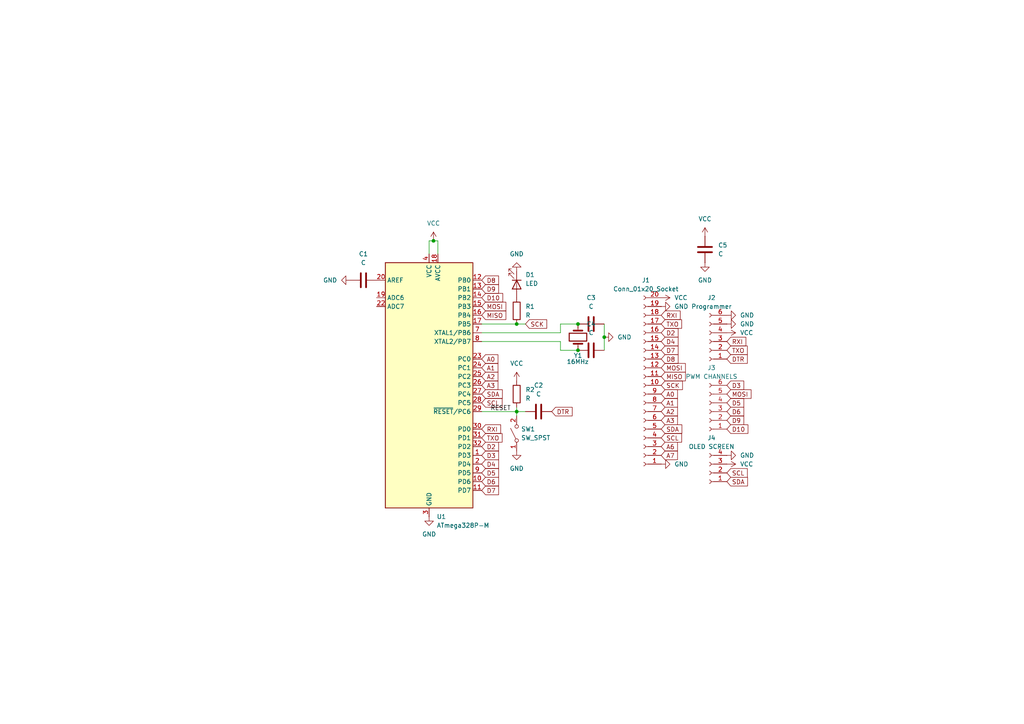
<source format=kicad_sch>
(kicad_sch (version 20231120) (generator "eeschema") (generator_version "8.0")
  (paper "A4")
  (lib_symbols
    (symbol "Connector:Conn_01x04_Socket" (pin_names (offset 1.016) hide)
      (property "Reference" "J" (at 0 5.08 0))
      (property "Value" "Conn_01x04_Socket" (at 0 -7.62 0))
      (symbol "Conn_01x04_Socket_1_1"
        (arc (start 0 -4.572) (mid -0.5058 -5.08) (end 0 -5.588) (stroke (width 0.1524)))
        (arc (start 0 -2.032) (mid -0.5058 -2.54) (end 0 -3.048) (stroke (width 0.1524)))
        (polyline (pts (xy -1.27 -5.08) (xy -0.508 -5.08)) (stroke (width 0.1524)))
        (polyline (pts (xy -1.27 -2.54) (xy -0.508 -2.54)) (stroke (width 0.1524)))
        (polyline (pts (xy -1.27 0) (xy -0.508 0)) (stroke (width 0.1524)))
        (polyline (pts (xy -1.27 2.54) (xy -0.508 2.54)) (stroke (width 0.1524)))
        (arc (start 0 0.508) (mid -0.5058 0) (end 0 -0.508) (stroke (width 0.1524)))
        (arc (start 0 3.048) (mid -0.5058 2.54) (end 0 2.032) (stroke (width 0.1524)))
        (pin passive line (at -5.08 2.54 0) (length 3.81) (name "Pin_1") (number "1"))
        (pin passive line (at -5.08 0 0) (length 3.81) (name "Pin_2") (number "2"))
        (pin passive line (at -5.08 -2.54 0) (length 3.81) (name "Pin_3") (number "3"))
        (pin passive line (at -5.08 -5.08 0) (length 3.81) (name "Pin_4") (number "4"))
      )
    )
    (symbol "Connector:Conn_01x06_Socket" (pin_names (offset 1.016) hide)
      (property "Reference" "J" (at 0 7.62 0))
      (property "Value" "Conn_01x06_Socket" (at 0 -10.16 0))
      (symbol "Conn_01x06_Socket_1_1"
        (arc (start 0 -7.112) (mid -0.5058 -7.62) (end 0 -8.128) (stroke (width 0.1524)))
        (arc (start 0 -4.572) (mid -0.5058 -5.08) (end 0 -5.588) (stroke (width 0.1524)))
        (arc (start 0 -2.032) (mid -0.5058 -2.54) (end 0 -3.048) (stroke (width 0.1524)))
        (polyline (pts (xy -1.27 -7.62) (xy -0.508 -7.62)) (stroke (width 0.1524)))
        (polyline (pts (xy -1.27 -5.08) (xy -0.508 -5.08)) (stroke (width 0.1524)))
        (polyline (pts (xy -1.27 -2.54) (xy -0.508 -2.54)) (stroke (width 0.1524)))
        (polyline (pts (xy -1.27 0) (xy -0.508 0)) (stroke (width 0.1524)))
        (polyline (pts (xy -1.27 2.54) (xy -0.508 2.54)) (stroke (width 0.1524)))
        (polyline (pts (xy -1.27 5.08) (xy -0.508 5.08)) (stroke (width 0.1524)))
        (arc (start 0 0.508) (mid -0.5058 0) (end 0 -0.508) (stroke (width 0.1524)))
        (arc (start 0 3.048) (mid -0.5058 2.54) (end 0 2.032) (stroke (width 0.1524)))
        (arc (start 0 5.588) (mid -0.5058 5.08) (end 0 4.572) (stroke (width 0.1524)))
        (pin passive line (at -5.08 5.08 0) (length 3.81) (name "Pin_1") (number "1"))
        (pin passive line (at -5.08 2.54 0) (length 3.81) (name "Pin_2") (number "2"))
        (pin passive line (at -5.08 0 0) (length 3.81) (name "Pin_3") (number "3"))
        (pin passive line (at -5.08 -2.54 0) (length 3.81) (name "Pin_4") (number "4"))
        (pin passive line (at -5.08 -5.08 0) (length 3.81) (name "Pin_5") (number "5"))
        (pin passive line (at -5.08 -7.62 0) (length 3.81) (name "Pin_6") (number "6"))
      )
    )
    (symbol "Connector:Conn_01x20_Socket" (pin_names (offset 1.016) hide)
      (property "Reference" "J" (at 0 25.4 0))
      (property "Value" "Conn_01x20_Socket" (at 0 -27.94 0))
      (symbol "Conn_01x20_Socket_1_1"
        (arc (start 0 -24.892) (mid -0.5058 -25.4) (end 0 -25.908) (stroke (width 0.1524)))
        (arc (start 0 -22.352) (mid -0.5058 -22.86) (end 0 -23.368) (stroke (width 0.1524)))
        (arc (start 0 -19.812) (mid -0.5058 -20.32) (end 0 -20.828) (stroke (width 0.1524)))
        (arc (start 0 -17.272) (mid -0.5058 -17.78) (end 0 -18.288) (stroke (width 0.1524)))
        (arc (start 0 -14.732) (mid -0.5058 -15.24) (end 0 -15.748) (stroke (width 0.1524)))
        (arc (start 0 -12.192) (mid -0.5058 -12.7) (end 0 -13.208) (stroke (width 0.1524)))
        (arc (start 0 -9.652) (mid -0.5058 -10.16) (end 0 -10.668) (stroke (width 0.1524)))
        (arc (start 0 -7.112) (mid -0.5058 -7.62) (end 0 -8.128) (stroke (width 0.1524)))
        (arc (start 0 -4.572) (mid -0.5058 -5.08) (end 0 -5.588) (stroke (width 0.1524)))
        (arc (start 0 -2.032) (mid -0.5058 -2.54) (end 0 -3.048) (stroke (width 0.1524)))
        (polyline (pts (xy -1.27 -25.4) (xy -0.508 -25.4)) (stroke (width 0.1524)))
        (polyline (pts (xy -1.27 -22.86) (xy -0.508 -22.86)) (stroke (width 0.1524)))
        (polyline (pts (xy -1.27 -20.32) (xy -0.508 -20.32)) (stroke (width 0.1524)))
        (polyline (pts (xy -1.27 -17.78) (xy -0.508 -17.78)) (stroke (width 0.1524)))
        (polyline (pts (xy -1.27 -15.24) (xy -0.508 -15.24)) (stroke (width 0.1524)))
        (polyline (pts (xy -1.27 -12.7) (xy -0.508 -12.7)) (stroke (width 0.1524)))
        (polyline (pts (xy -1.27 -10.16) (xy -0.508 -10.16)) (stroke (width 0.1524)))
        (polyline (pts (xy -1.27 -7.62) (xy -0.508 -7.62)) (stroke (width 0.1524)))
        (polyline (pts (xy -1.27 -5.08) (xy -0.508 -5.08)) (stroke (width 0.1524)))
        (polyline (pts (xy -1.27 -2.54) (xy -0.508 -2.54)) (stroke (width 0.1524)))
        (polyline (pts (xy -1.27 0) (xy -0.508 0)) (stroke (width 0.1524)))
        (polyline (pts (xy -1.27 2.54) (xy -0.508 2.54)) (stroke (width 0.1524)))
        (polyline (pts (xy -1.27 5.08) (xy -0.508 5.08)) (stroke (width 0.1524)))
        (polyline (pts (xy -1.27 7.62) (xy -0.508 7.62)) (stroke (width 0.1524)))
        (polyline (pts (xy -1.27 10.16) (xy -0.508 10.16)) (stroke (width 0.1524)))
        (polyline (pts (xy -1.27 12.7) (xy -0.508 12.7)) (stroke (width 0.1524)))
        (polyline (pts (xy -1.27 15.24) (xy -0.508 15.24)) (stroke (width 0.1524)))
        (polyline (pts (xy -1.27 17.78) (xy -0.508 17.78)) (stroke (width 0.1524)))
        (polyline (pts (xy -1.27 20.32) (xy -0.508 20.32)) (stroke (width 0.1524)))
        (polyline (pts (xy -1.27 22.86) (xy -0.508 22.86)) (stroke (width 0.1524)))
        (arc (start 0 0.508) (mid -0.5058 0) (end 0 -0.508) (stroke (width 0.1524)))
        (arc (start 0 3.048) (mid -0.5058 2.54) (end 0 2.032) (stroke (width 0.1524)))
        (arc (start 0 5.588) (mid -0.5058 5.08) (end 0 4.572) (stroke (width 0.1524)))
        (arc (start 0 8.128) (mid -0.5058 7.62) (end 0 7.112) (stroke (width 0.1524)))
        (arc (start 0 10.668) (mid -0.5058 10.16) (end 0 9.652) (stroke (width 0.1524)))
        (arc (start 0 13.208) (mid -0.5058 12.7) (end 0 12.192) (stroke (width 0.1524)))
        (arc (start 0 15.748) (mid -0.5058 15.24) (end 0 14.732) (stroke (width 0.1524)))
        (arc (start 0 18.288) (mid -0.5058 17.78) (end 0 17.272) (stroke (width 0.1524)))
        (arc (start 0 20.828) (mid -0.5058 20.32) (end 0 19.812) (stroke (width 0.1524)))
        (arc (start 0 23.368) (mid -0.5058 22.86) (end 0 22.352) (stroke (width 0.1524)))
        (pin passive line (at -5.08 22.86 0) (length 3.81) (name "Pin_1") (number "1"))
        (pin passive line (at -5.08 0 0) (length 3.81) (name "Pin_10") (number "10"))
        (pin passive line (at -5.08 -2.54 0) (length 3.81) (name "Pin_11") (number "11"))
        (pin passive line (at -5.08 -5.08 0) (length 3.81) (name "Pin_12") (number "12"))
        (pin passive line (at -5.08 -7.62 0) (length 3.81) (name "Pin_13") (number "13"))
        (pin passive line (at -5.08 -10.16 0) (length 3.81) (name "Pin_14") (number "14"))
        (pin passive line (at -5.08 -12.7 0) (length 3.81) (name "Pin_15") (number "15"))
        (pin passive line (at -5.08 -15.24 0) (length 3.81) (name "Pin_16") (number "16"))
        (pin passive line (at -5.08 -17.78 0) (length 3.81) (name "Pin_17") (number "17"))
        (pin passive line (at -5.08 -20.32 0) (length 3.81) (name "Pin_18") (number "18"))
        (pin passive line (at -5.08 -22.86 0) (length 3.81) (name "Pin_19") (number "19"))
        (pin passive line (at -5.08 20.32 0) (length 3.81) (name "Pin_2") (number "2"))
        (pin passive line (at -5.08 -25.4 0) (length 3.81) (name "Pin_20") (number "20"))
        (pin passive line (at -5.08 17.78 0) (length 3.81) (name "Pin_3") (number "3"))
        (pin passive line (at -5.08 15.24 0) (length 3.81) (name "Pin_4") (number "4"))
        (pin passive line (at -5.08 12.7 0) (length 3.81) (name "Pin_5") (number "5"))
        (pin passive line (at -5.08 10.16 0) (length 3.81) (name "Pin_6") (number "6"))
        (pin passive line (at -5.08 7.62 0) (length 3.81) (name "Pin_7") (number "7"))
        (pin passive line (at -5.08 5.08 0) (length 3.81) (name "Pin_8") (number "8"))
        (pin passive line (at -5.08 2.54 0) (length 3.81) (name "Pin_9") (number "9"))
      )
    )
    (symbol "Device:C" (pin_numbers hide) (pin_names (offset 0.254))
      (property "Reference" "C" (at 0.635 2.54 0))
      (property "Value" "C" (at 0.635 -2.54 0))
      (symbol "C_0_1"
        (polyline (pts (xy -2.032 -0.762) (xy 2.032 -0.762)) (stroke (width 0.508)))
        (polyline (pts (xy -2.032 0.762) (xy 2.032 0.762)) (stroke (width 0.508)))
      )
      (symbol "C_1_1"
        (pin passive line (at 0 3.81 270) (length 2.794) (name "~") (number "1"))
        (pin passive line (at 0 -3.81 90) (length 2.794) (name "~") (number "2"))
      )
    )
    (symbol "Device:Crystal" (pin_numbers hide) (pin_names (offset 1.016) hide)
      (property "Reference" "Y" (at 0 3.81 0))
      (property "Value" "Crystal" (at 0 -3.81 0))
      (symbol "Crystal_0_1"
        (rectangle (start -1.143 2.54) (end 1.143 -2.54) (stroke (width 0.3048)))
        (polyline (pts (xy -2.54 0) (xy -1.905 0)))
        (polyline (pts (xy -1.905 -1.27) (xy -1.905 1.27)) (stroke (width 0.508)))
        (polyline (pts (xy 1.905 -1.27) (xy 1.905 1.27)) (stroke (width 0.508)))
        (polyline (pts (xy 2.54 0) (xy 1.905 0)))
      )
      (symbol "Crystal_1_1"
        (pin passive line (at -3.81 0 0) (length 1.27) (name "1") (number "1"))
        (pin passive line (at 3.81 0 180) (length 1.27) (name "2") (number "2"))
      )
    )
    (symbol "Device:LED" (pin_numbers hide) (pin_names (offset 1.016) hide)
      (property "Reference" "D" (at 0 2.54 0))
      (property "Value" "LED" (at 0 -2.54 0))
      (symbol "LED_0_1"
        (polyline (pts (xy -1.27 -1.27) (xy -1.27 1.27)) (stroke (width 0.254)))
        (polyline (pts (xy -1.27 0) (xy 1.27 0)))
        (polyline (pts (xy 1.27 -1.27) (xy 1.27 1.27) (xy -1.27 0) (xy 1.27 -1.27)) (stroke (width 0.254)))
        (polyline (pts (xy -3.048 -0.762) (xy -4.572 -2.286) (xy -3.81 -2.286) (xy -4.572 -2.286) (xy -4.572 -1.524)))
        (polyline (pts (xy -1.778 -0.762) (xy -3.302 -2.286) (xy -2.54 -2.286) (xy -3.302 -2.286) (xy -3.302 -1.524)))
      )
      (symbol "LED_1_1"
        (pin passive line (at -3.81 0 0) (length 2.54) (name "K") (number "1"))
        (pin passive line (at 3.81 0 180) (length 2.54) (name "A") (number "2"))
      )
    )
    (symbol "Device:R" (pin_numbers hide) (pin_names (offset 0))
      (property "Reference" "R" (at 2.032 0 90))
      (property "Value" "R" (at 0 0 90))
      (symbol "R_0_1"
        (rectangle (start -1.016 -2.54) (end 1.016 2.54) (stroke (width 0.254)))
      )
      (symbol "R_1_1"
        (pin passive line (at 0 3.81 270) (length 1.27) (name "~") (number "1"))
        (pin passive line (at 0 -3.81 90) (length 1.27) (name "~") (number "2"))
      )
    )
    (symbol "MCU_Microchip_ATmega:ATmega328P-M"
      (property "Reference" "U" (at -12.7 36.83 0))
      (property "Value" "ATmega328P-M" (at 2.54 -36.83 0))
      (symbol "ATmega328P-M_0_1"
        (rectangle (start -12.7 -35.56) (end 12.7 35.56) (stroke (width 0.254)) (fill (type background)))
      )
      (symbol "ATmega328P-M_1_1"
        (pin bidirectional line (at 15.24 -20.32 180) (length 2.54) (name "PD3") (number "1"))
        (pin bidirectional line (at 15.24 -27.94 180) (length 2.54) (name "PD6") (number "10"))
        (pin bidirectional line (at 15.24 -30.48 180) (length 2.54) (name "PD7") (number "11"))
        (pin bidirectional line (at 15.24 30.48 180) (length 2.54) (name "PB0") (number "12"))
        (pin bidirectional line (at 15.24 27.94 180) (length 2.54) (name "PB1") (number "13"))
        (pin bidirectional line (at 15.24 25.4 180) (length 2.54) (name "PB2") (number "14"))
        (pin bidirectional line (at 15.24 22.86 180) (length 2.54) (name "PB3") (number "15"))
        (pin bidirectional line (at 15.24 20.32 180) (length 2.54) (name "PB4") (number "16"))
        (pin bidirectional line (at 15.24 17.78 180) (length 2.54) (name "PB5") (number "17"))
        (pin power_in line (at 2.54 38.1 270) (length 2.54) (name "AVCC") (number "18"))
        (pin input line (at -15.24 25.4 0) (length 2.54) (name "ADC6") (number "19"))
        (pin bidirectional line (at 15.24 -22.86 180) (length 2.54) (name "PD4") (number "2"))
        (pin passive line (at -15.24 30.48 0) (length 2.54) (name "AREF") (number "20"))
        (pin passive line (at 0 -38.1 90) (length 2.54) hide (name "GND") (number "21"))
        (pin input line (at -15.24 22.86 0) (length 2.54) (name "ADC7") (number "22"))
        (pin bidirectional line (at 15.24 7.62 180) (length 2.54) (name "PC0") (number "23"))
        (pin bidirectional line (at 15.24 5.08 180) (length 2.54) (name "PC1") (number "24"))
        (pin bidirectional line (at 15.24 2.54 180) (length 2.54) (name "PC2") (number "25"))
        (pin bidirectional line (at 15.24 0 180) (length 2.54) (name "PC3") (number "26"))
        (pin bidirectional line (at 15.24 -2.54 180) (length 2.54) (name "PC4") (number "27"))
        (pin bidirectional line (at 15.24 -5.08 180) (length 2.54) (name "PC5") (number "28"))
        (pin bidirectional line (at 15.24 -7.62 180) (length 2.54) (name "~{RESET}/PC6") (number "29"))
        (pin power_in line (at 0 -38.1 90) (length 2.54) (name "GND") (number "3"))
        (pin bidirectional line (at 15.24 -12.7 180) (length 2.54) (name "PD0") (number "30"))
        (pin bidirectional line (at 15.24 -15.24 180) (length 2.54) (name "PD1") (number "31"))
        (pin bidirectional line (at 15.24 -17.78 180) (length 2.54) (name "PD2") (number "32"))
        (pin passive line (at 0 -38.1 90) (length 2.54) hide (name "GND") (number "33"))
        (pin power_in line (at 0 38.1 270) (length 2.54) (name "VCC") (number "4"))
        (pin passive line (at 0 -38.1 90) (length 2.54) hide (name "GND") (number "5"))
        (pin passive line (at 0 38.1 270) (length 2.54) hide (name "VCC") (number "6"))
        (pin bidirectional line (at 15.24 15.24 180) (length 2.54) (name "XTAL1/PB6") (number "7"))
        (pin bidirectional line (at 15.24 12.7 180) (length 2.54) (name "XTAL2/PB7") (number "8"))
        (pin bidirectional line (at 15.24 -25.4 180) (length 2.54) (name "PD5") (number "9"))
      )
    )
    (symbol "Switch:SW_SPST" (pin_names (offset 0) hide)
      (property "Reference" "SW" (at 0 3.175 0))
      (property "Value" "SW_SPST" (at 0 -2.54 0))
      (symbol "SW_SPST_0_0"
        (circle (center -2.032 0) (radius 0.508))
        (polyline (pts (xy -1.524 0.254) (xy 1.524 1.778)))
        (circle (center 2.032 0) (radius 0.508))
      )
      (symbol "SW_SPST_1_1"
        (pin passive line (at -5.08 0 0) (length 2.54) (name "A") (number "1"))
        (pin passive line (at 5.08 0 180) (length 2.54) (name "B") (number "2"))
      )
    )
    (symbol "power:GND" (power) (pin_numbers hide) (pin_names (offset 0) hide)
      (property "Value" "GND" (at 0 -3.81 0))
      (symbol "GND_0_1"
        (polyline (pts (xy 0 0) (xy 0 -1.27) (xy 1.27 -1.27) (xy 0 -2.54) (xy -1.27 -1.27) (xy 0 -1.27)))
      )
      (symbol "GND_1_1"
        (pin power_in line (at 0 0 270) (length 0) (name "~") (number "1"))
      )
    )
    (symbol "power:VCC" (power) (pin_numbers hide) (pin_names (offset 0) hide)
      (property "Value" "VCC" (at 0 3.556 0))
      (symbol "VCC_0_1"
        (polyline (pts (xy -0.762 1.27) (xy 0 2.54)))
        (polyline (pts (xy 0 0) (xy 0 2.54)))
        (polyline (pts (xy 0 2.54) (xy 0.762 1.27)))
      )
      (symbol "VCC_1_1"
        (pin power_in line (at 0 0 90) (length 0) (name "~") (number "1"))
      )
    )
  )
  (junction (at 149.86 119.38))
  (junction (at 167.64 93.98))
  (junction (at 125.73 69.85))
  (junction (at 175.26 97.79))
  (junction (at 149.86 93.98))
  (junction (at 167.64 101.6))
  (wire (pts (xy 139.7 99.06) (xy 162.56 99.06)))
  (wire (pts (xy 162.56 96.52) (xy 162.56 93.98)))
  (wire (pts (xy 124.46 73.66) (xy 124.46 69.85)))
  (wire (pts (xy 127 73.66) (xy 127 69.85)))
  (wire (pts (xy 127 69.85) (xy 125.73 69.85)))
  (wire (pts (xy 149.86 93.98) (xy 139.7 93.98)))
  (wire (pts (xy 162.56 99.06) (xy 162.56 101.6)))
  (wire (pts (xy 139.7 119.38) (xy 149.86 119.38)))
  (wire (pts (xy 149.86 119.38) (xy 152.4 119.38)))
  (wire (pts (xy 162.56 93.98) (xy 167.64 93.98)))
  (wire (pts (xy 175.26 93.98) (xy 175.26 97.79)))
  (wire (pts (xy 139.7 96.52) (xy 162.56 96.52)))
  (wire (pts (xy 124.46 69.85) (xy 125.73 69.85)))
  (wire (pts (xy 162.56 101.6) (xy 167.64 101.6)))
  (wire (pts (xy 149.86 118.11) (xy 149.86 119.38)))
  (wire (pts (xy 149.86 119.38) (xy 149.86 120.65)))
  (wire (pts (xy 175.26 97.79) (xy 175.26 101.6)))
  (wire (pts (xy 152.4 93.98) (xy 149.86 93.98)))
  (label "RESET" (at 142.24 119.38 0))
  (global_label "A7" (shape input) (at 191.77 132.08 0) (property "Intersheetrefs" "${INTERSHEET_REFS}" (effects (hide yes))))
  (global_label "SCK" (shape input) (at 191.77 111.76 0) (property "Intersheetrefs" "${INTERSHEET_REFS}" (effects (hide yes))))
  (global_label "SCK" (shape input) (at 152.4 93.98 0) (property "Intersheetrefs" "${INTERSHEET_REFS}" (effects (hide yes))))
  (global_label "MOSI" (shape input) (at 191.77 106.68 0) (property "Intersheetrefs" "${INTERSHEET_REFS}" (effects (hide yes))))
  (global_label "A2" (shape input) (at 191.77 119.38 0) (property "Intersheetrefs" "${INTERSHEET_REFS}" (effects (hide yes))))
  (global_label "SDA" (shape input) (at 139.7 114.3 0) (property "Intersheetrefs" "${INTERSHEET_REFS}" (effects (hide yes))))
  (global_label "A1" (shape input) (at 191.77 116.84 0) (property "Intersheetrefs" "${INTERSHEET_REFS}" (effects (hide yes))))
  (global_label "DTR" (shape input) (at 210.82 104.14 0) (property "Intersheetrefs" "${INTERSHEET_REFS}" (effects (hide yes))))
  (global_label "D4" (shape input) (at 191.77 99.06 0) (property "Intersheetrefs" "${INTERSHEET_REFS}" (effects (hide yes))))
  (global_label "D2" (shape input) (at 139.7 129.54 0) (property "Intersheetrefs" "${INTERSHEET_REFS}" (effects (hide yes))))
  (global_label "A3" (shape input) (at 191.77 121.92 0) (property "Intersheetrefs" "${INTERSHEET_REFS}" (effects (hide yes))))
  (global_label "D7" (shape input) (at 191.77 101.6 0) (property "Intersheetrefs" "${INTERSHEET_REFS}" (effects (hide yes))))
  (global_label "A3" (shape input) (at 139.7 111.76 0) (property "Intersheetrefs" "${INTERSHEET_REFS}" (effects (hide yes))))
  (global_label "RXI" (shape input) (at 210.82 99.06 0) (property "Intersheetrefs" "${INTERSHEET_REFS}" (effects (hide yes))))
  (global_label "D4" (shape input) (at 139.7 134.62 0) (property "Intersheetrefs" "${INTERSHEET_REFS}" (effects (hide yes))))
  (global_label "A1" (shape input) (at 139.7 106.68 0) (property "Intersheetrefs" "${INTERSHEET_REFS}" (effects (hide yes))))
  (global_label "DTR" (shape input) (at 160.02 119.38 0) (property "Intersheetrefs" "${INTERSHEET_REFS}" (effects (hide yes))))
  (global_label "A0" (shape input) (at 139.7 104.14 0) (property "Intersheetrefs" "${INTERSHEET_REFS}" (effects (hide yes))))
  (global_label "D3" (shape input) (at 139.7 132.08 0) (property "Intersheetrefs" "${INTERSHEET_REFS}" (effects (hide yes))))
  (global_label "D10" (shape input) (at 139.7 86.36 0) (property "Intersheetrefs" "${INTERSHEET_REFS}" (effects (hide yes))))
  (global_label "TXO" (shape input) (at 191.77 93.98 0) (property "Intersheetrefs" "${INTERSHEET_REFS}" (effects (hide yes))))
  (global_label "RXI" (shape input) (at 139.7 124.46 0) (property "Intersheetrefs" "${INTERSHEET_REFS}" (effects (hide yes))))
  (global_label "D2" (shape input) (at 191.77 96.52 0) (property "Intersheetrefs" "${INTERSHEET_REFS}" (effects (hide yes))))
  (global_label "A0" (shape input) (at 191.77 114.3 0) (property "Intersheetrefs" "${INTERSHEET_REFS}" (effects (hide yes))))
  (global_label "MOSI" (shape input) (at 139.7 88.9 0) (property "Intersheetrefs" "${INTERSHEET_REFS}" (effects (hide yes))))
  (global_label "TXO" (shape input) (at 210.82 101.6 0) (property "Intersheetrefs" "${INTERSHEET_REFS}" (effects (hide yes))))
  (global_label "D10" (shape input) (at 210.82 124.46 0) (property "Intersheetrefs" "${INTERSHEET_REFS}" (effects (hide yes))))
  (global_label "SCL" (shape input) (at 139.7 116.84 0) (property "Intersheetrefs" "${INTERSHEET_REFS}" (effects (hide yes))))
  (global_label "D5" (shape input) (at 210.82 116.84 0) (property "Intersheetrefs" "${INTERSHEET_REFS}" (effects (hide yes))))
  (global_label "D3" (shape input) (at 210.82 111.76 0) (property "Intersheetrefs" "${INTERSHEET_REFS}" (effects (hide yes))))
  (global_label "D6" (shape input) (at 139.7 139.7 0) (property "Intersheetrefs" "${INTERSHEET_REFS}" (effects (hide yes))))
  (global_label "SDA" (shape input) (at 210.82 139.7 0) (property "Intersheetrefs" "${INTERSHEET_REFS}" (effects (hide yes))))
  (global_label "MOSI" (shape input) (at 210.82 114.3 0) (property "Intersheetrefs" "${INTERSHEET_REFS}" (effects (hide yes))))
  (global_label "D6" (shape input) (at 210.82 119.38 0) (property "Intersheetrefs" "${INTERSHEET_REFS}" (effects (hide yes))))
  (global_label "TXO" (shape input) (at 139.7 127 0) (property "Intersheetrefs" "${INTERSHEET_REFS}" (effects (hide yes))))
  (global_label "D9" (shape input) (at 139.7 83.82 0) (property "Intersheetrefs" "${INTERSHEET_REFS}" (effects (hide yes))))
  (global_label "A6" (shape input) (at 191.77 129.54 0) (property "Intersheetrefs" "${INTERSHEET_REFS}" (effects (hide yes))))
  (global_label "MISO" (shape input) (at 191.77 109.22 0) (property "Intersheetrefs" "${INTERSHEET_REFS}" (effects (hide yes))))
  (global_label "RXI" (shape input) (at 191.77 91.44 0) (property "Intersheetrefs" "${INTERSHEET_REFS}" (effects (hide yes))))
  (global_label "D7" (shape input) (at 139.7 142.24 0) (property "Intersheetrefs" "${INTERSHEET_REFS}" (effects (hide yes))))
  (global_label "SDA" (shape input) (at 191.77 124.46 0) (property "Intersheetrefs" "${INTERSHEET_REFS}" (effects (hide yes))))
  (global_label "D8" (shape input) (at 191.77 104.14 0) (property "Intersheetrefs" "${INTERSHEET_REFS}" (effects (hide yes))))
  (global_label "SCL" (shape input) (at 210.82 137.16 0) (property "Intersheetrefs" "${INTERSHEET_REFS}" (effects (hide yes))))
  (global_label "MISO" (shape input) (at 139.7 91.44 0) (property "Intersheetrefs" "${INTERSHEET_REFS}" (effects (hide yes))))
  (global_label "D9" (shape input) (at 210.82 121.92 0) (property "Intersheetrefs" "${INTERSHEET_REFS}" (effects (hide yes))))
  (global_label "A2" (shape input) (at 139.7 109.22 0) (property "Intersheetrefs" "${INTERSHEET_REFS}" (effects (hide yes))))
  (global_label "D8" (shape input) (at 139.7 81.28 0) (property "Intersheetrefs" "${INTERSHEET_REFS}" (effects (hide yes))))
  (global_label "SCL" (shape input) (at 191.77 127 0) (property "Intersheetrefs" "${INTERSHEET_REFS}" (effects (hide yes))))
  (global_label "D5" (shape input) (at 139.7 137.16 0) (property "Intersheetrefs" "${INTERSHEET_REFS}" (effects (hide yes))))
  (symbol (lib_id "power:VCC") (at 210.82 134.62 270) (unit 1)
    (property "Reference" "#PWR014" (effects (hide yes)))
    (property "Value" "VCC" (at 214.63 134.6199 90) (effects (justify left)))
    (property "Description" "Power symbol creates a global label with name \"VCC\"" (effects (hide yes)))
  )
  (symbol (lib_id "Device:R") (at 149.86 114.3 0) (unit 1)
    (property "Reference" "R2" (at 152.4 113.0299 0) (effects (justify left)))
    (property "Value" "R" (at 152.4 115.5699 0) (effects (justify left)))
    (property "Footprint" "Resistor_SMD:R_0805_2012Metric_Pad1.20x1.40mm_HandSolder" (effects (hide yes)))
    (property "Description" "Resistor" (effects (hide yes)))
  )
  (symbol (lib_id "Connector:Conn_01x04_Socket") (at 205.74 137.16 180) (unit 1)
    (property "Reference" "J4" (at 206.375 127 0))
    (property "Value" "OLED SCREEN" (at 206.375 129.54 0))
    (property "Footprint" "Connector_PinSocket_2.54mm:PinSocket_1x04_P2.54mm_Vertical" (effects (hide yes)))
    (property "Description" "Generic connector, single row, 01x04, script generated" (effects (hide yes)))
  )
  (symbol (lib_id "power:GND") (at 101.6 81.28 270) (unit 1)
    (property "Reference" "#PWR01" (effects (hide yes)))
    (property "Value" "GND" (at 97.79 81.2799 90) (effects (justify right)))
    (property "Description" "Power symbol creates a global label with name \"GND\" , ground" (effects (hide yes)))
  )
  (symbol (lib_id "power:GND") (at 210.82 93.98 90) (unit 1)
    (property "Reference" "#PWR011" (effects (hide yes)))
    (property "Value" "GND" (at 214.63 93.9799 90) (effects (justify right)))
    (property "Description" "Power symbol creates a global label with name \"GND\" , ground" (effects (hide yes)))
  )
  (symbol (lib_id "power:GND") (at 124.46 149.86 0) (unit 1)
    (property "Reference" "#PWR02" (effects (hide yes)))
    (property "Value" "GND" (at 124.46 154.94 0))
    (property "Description" "Power symbol creates a global label with name \"GND\" , ground" (effects (hide yes)))
  )
  (symbol (lib_id "power:GND") (at 210.82 91.44 90) (unit 1)
    (property "Reference" "#PWR010" (effects (hide yes)))
    (property "Value" "GND" (at 214.63 91.4399 90) (effects (justify right)))
    (property "Description" "Power symbol creates a global label with name \"GND\" , ground" (effects (hide yes)))
  )
  (symbol (lib_id "Device:C") (at 105.41 81.28 90) (unit 1)
    (property "Reference" "C1" (at 105.41 73.66 90))
    (property "Value" "C" (at 105.41 76.2 90))
    (property "Footprint" "Capacitor_SMD:C_0805_2012Metric_Pad1.18x1.45mm_HandSolder" (effects (hide yes)))
    (property "Description" "Unpolarized capacitor" (effects (hide yes)))
  )
  (symbol (lib_id "power:GND") (at 149.86 78.74 180) (unit 1)
    (property "Reference" "#PWR04" (effects (hide yes)))
    (property "Value" "GND" (at 149.86 73.66 0))
    (property "Description" "Power symbol creates a global label with name \"GND\" , ground" (effects (hide yes)))
  )
  (symbol (lib_id "Device:C") (at 156.21 119.38 90) (unit 1)
    (property "Reference" "C2" (at 156.21 111.76 90))
    (property "Value" "C" (at 156.21 114.3 90))
    (property "Footprint" "Capacitor_SMD:C_0805_2012Metric_Pad1.18x1.45mm_HandSolder" (effects (hide yes)))
    (property "Description" "Unpolarized capacitor" (effects (hide yes)))
  )
  (symbol (lib_id "power:GND") (at 149.86 130.81 0) (unit 1)
    (property "Reference" "#PWR06" (effects (hide yes)))
    (property "Value" "GND" (at 149.86 135.89 0))
    (property "Description" "Power symbol creates a global label with name \"GND\" , ground" (effects (hide yes)))
  )
  (symbol (lib_id "Connector:Conn_01x06_Socket") (at 205.74 99.06 180) (unit 1)
    (property "Reference" "J2" (at 206.375 86.36 0))
    (property "Value" "Programmer" (at 206.375 88.9 0))
    (property "Footprint" "Connector_PinSocket_2.54mm:PinSocket_1x06_P2.54mm_Vertical" (effects (hide yes)))
    (property "Description" "Generic connector, single row, 01x06, script generated" (effects (hide yes)))
  )
  (symbol (lib_id "power:VCC") (at 149.86 110.49 0) (unit 1)
    (property "Reference" "#PWR05" (effects (hide yes)))
    (property "Value" "VCC" (at 149.86 105.41 0))
    (property "Description" "Power symbol creates a global label with name \"VCC\"" (effects (hide yes)))
  )
  (symbol (lib_id "power:GND") (at 204.47 76.2 0) (unit 1)
    (property "Reference" "#PWR09" (effects (hide yes)))
    (property "Value" "GND" (at 204.47 81.28 0))
    (property "Description" "Power symbol creates a global label with name \"GND\" , ground" (effects (hide yes)))
  )
  (symbol (lib_id "Device:C") (at 204.47 72.39 0) (unit 1)
    (property "Reference" "C5" (at 208.28 71.1199 0) (effects (justify left)))
    (property "Value" "C" (at 208.28 73.6599 0) (effects (justify left)))
    (property "Footprint" "Capacitor_SMD:C_0805_2012Metric_Pad1.18x1.45mm_HandSolder" (effects (hide yes)))
    (property "Description" "Unpolarized capacitor" (effects (hide yes)))
  )
  (symbol (lib_id "Device:R") (at 149.86 90.17 0) (unit 1)
    (property "Reference" "R1" (at 152.4 88.8999 0) (effects (justify left)))
    (property "Value" "R" (at 152.4 91.4399 0) (effects (justify left)))
    (property "Footprint" "Resistor_SMD:R_0805_2012Metric_Pad1.20x1.40mm_HandSolder" (effects (hide yes)))
    (property "Description" "Resistor" (effects (hide yes)))
  )
  (symbol (lib_id "power:VCC") (at 210.82 96.52 270) (unit 1)
    (property "Reference" "#PWR012" (effects (hide yes)))
    (property "Value" "VCC" (at 214.63 96.5199 90) (effects (justify left)))
    (property "Description" "Power symbol creates a global label with name \"VCC\"" (effects (hide yes)))
  )
  (symbol (lib_id "power:VCC") (at 204.47 68.58 0) (unit 1)
    (property "Reference" "#PWR08" (effects (hide yes)))
    (property "Value" "VCC" (at 204.47 63.5 0))
    (property "Description" "Power symbol creates a global label with name \"VCC\"" (effects (hide yes)))
  )
  (symbol (lib_id "Connector:Conn_01x06_Socket") (at 205.74 119.38 180) (unit 1)
    (property "Reference" "J3" (at 206.375 106.68 0))
    (property "Value" "PWM CHANNELS" (at 206.375 109.22 0))
    (property "Footprint" "Connector_JST:JST_SH_SM06B-SRSS-TB_1x06-1MP_P1.00mm_Horizontal" (effects (hide yes)))
    (property "Description" "Generic connector, single row, 01x06, script generated" (effects (hide yes)))
  )
  (symbol (lib_id "Device:C") (at 171.45 93.98 90) (unit 1)
    (property "Reference" "C3" (at 171.45 86.36 90))
    (property "Value" "C" (at 171.45 88.9 90))
    (property "Footprint" "Capacitor_SMD:C_0805_2012Metric_Pad1.18x1.45mm_HandSolder" (effects (hide yes)))
    (property "Description" "Unpolarized capacitor" (effects (hide yes)))
  )
  (symbol (lib_id "power:VCC") (at 191.77 86.36 270) (unit 1)
    (property "Reference" "#PWR015" (effects (hide yes)))
    (property "Value" "VCC" (at 195.58 86.3599 90) (effects (justify left)))
    (property "Description" "Power symbol creates a global label with name \"VCC\"" (effects (hide yes)))
  )
  (symbol (lib_id "power:VCC") (at 125.73 69.85 0) (unit 1)
    (property "Reference" "#PWR03" (effects (hide yes)))
    (property "Value" "VCC" (at 125.73 64.77 0))
    (property "Description" "Power symbol creates a global label with name \"VCC\"" (effects (hide yes)))
  )
  (symbol (lib_id "power:GND") (at 175.26 97.79 90) (unit 1)
    (property "Reference" "#PWR07" (effects (hide yes)))
    (property "Value" "GND" (at 179.07 97.7899 90) (effects (justify right)))
    (property "Description" "Power symbol creates a global label with name \"GND\" , ground" (effects (hide yes)))
  )
  (symbol (lib_id "power:GND") (at 191.77 134.62 90) (unit 1)
    (property "Reference" "#PWR017" (effects (hide yes)))
    (property "Value" "GND" (at 195.58 134.6199 90) (effects (justify right)))
    (property "Description" "Power symbol creates a global label with name \"GND\" , ground" (effects (hide yes)))
  )
  (symbol (lib_id "power:GND") (at 210.82 132.08 90) (unit 1)
    (property "Reference" "#PWR013" (effects (hide yes)))
    (property "Value" "GND" (at 214.63 132.0799 90) (effects (justify right)))
    (property "Description" "Power symbol creates a global label with name \"GND\" , ground" (effects (hide yes)))
  )
  (symbol (lib_id "Device:LED") (at 149.86 82.55 270) (unit 1)
    (property "Reference" "D1" (at 152.4 79.6924 90) (effects (justify left)))
    (property "Value" "LED" (at 152.4 82.2324 90) (effects (justify left)))
    (property "Footprint" "LED_SMD:LED_0805_2012Metric_Pad1.15x1.40mm_HandSolder" (effects (hide yes)))
    (property "Description" "Light emitting diode" (effects (hide yes)))
  )
  (symbol (lib_id "power:GND") (at 191.77 88.9 90) (unit 1)
    (property "Reference" "#PWR016" (effects (hide yes)))
    (property "Value" "GND" (at 195.58 88.8999 90) (effects (justify right)))
    (property "Description" "Power symbol creates a global label with name \"GND\" , ground" (effects (hide yes)))
  )
  (symbol (lib_id "MCU_Microchip_ATmega:ATmega328P-M") (at 124.46 111.76 0) (unit 1)
    (property "Reference" "U1" (at 126.6541 149.86 0) (effects (justify left)))
    (property "Value" "ATmega328P-M" (at 126.6541 152.4 0) (effects (justify left)))
    (property "Footprint" "Package_DFN_QFN:QFN-32-1EP_5x5mm_P0.5mm_EP3.1x3.1mm" (effects (hide yes)))
    (property "Datasheet" "http://ww1.microchip.com/downloads/en/DeviceDoc/ATmega328_P%20AVR%20MCU%20with%20picoPower%20Technology%20Data%20Sheet%2040001984A.pdf" (effects (hide yes)))
    (property "Description" "20MHz, 32kB Flash, 2kB SRAM, 1kB EEPROM, QFN-32" (effects (hide yes)))
  )
  (symbol (lib_id "Switch:SW_SPST") (at 149.86 125.73 90) (unit 1)
    (property "Reference" "SW1" (at 151.13 124.4599 90) (effects (justify right)))
    (property "Value" "SW_SPST" (at 151.13 126.9999 90) (effects (justify right)))
    (property "Footprint" "Button_Switch_SMD:SW_Push_1P1T_NO_CK_KMR2" (effects (hide yes)))
    (property "Description" "Single Pole Single Throw (SPST) switch" (effects (hide yes)))
  )
  (symbol (lib_id "Connector:Conn_01x20_Socket") (at 186.69 111.76 180) (unit 1)
    (property "Reference" "J1" (at 187.325 81.28 0))
    (property "Value" "Conn_01x20_Socket" (at 187.325 83.82 0))
    (property "Footprint" "Connector_JST:JST_SH_SM20B-SRSS-TB_1x20-1MP_P1.00mm_Horizontal" (effects (hide yes)))
    (property "Description" "Generic connector, single row, 01x20, script generated" (effects (hide yes)))
  )
  (symbol (lib_id "Device:C") (at 171.45 101.6 90) (unit 1)
    (property "Reference" "C4" (at 171.45 93.98 90))
    (property "Value" "C" (at 171.45 96.52 90))
    (property "Footprint" "Capacitor_SMD:C_0805_2012Metric_Pad1.18x1.45mm_HandSolder" (effects (hide yes)))
    (property "Description" "Unpolarized capacitor" (effects (hide yes)))
  )
  (symbol (lib_id "Device:Crystal") (at 167.64 97.79 90) (unit 1)
    (property "Reference" "Y1" (at 166.37 103.124 90) (effects (justify right)))
    (property "Value" "16MHz" (at 164.338 104.902 90) (effects (justify right)))
    (property "Footprint" "Crystal:Crystal_SMD_3225-4Pin_3.2x2.5mm" (effects (hide yes)))
    (property "Description" "Two pin crystal" (effects (hide yes)))
  )
)
</source>
